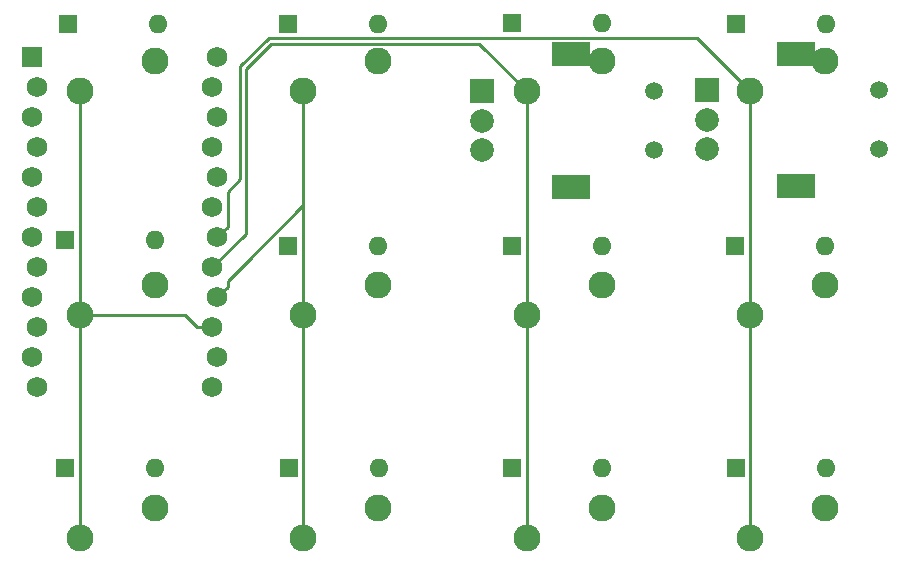
<source format=gbr>
G04 #@! TF.GenerationSoftware,KiCad,Pcbnew,(5.0.2)-1*
G04 #@! TF.CreationDate,2019-01-24T00:30:49-05:00*
G04 #@! TF.ProjectId,4x5macro,3478356d-6163-4726-9f2e-6b696361645f,rev?*
G04 #@! TF.SameCoordinates,Original*
G04 #@! TF.FileFunction,Copper,L2,Bot*
G04 #@! TF.FilePolarity,Positive*
%FSLAX46Y46*%
G04 Gerber Fmt 4.6, Leading zero omitted, Abs format (unit mm)*
G04 Created by KiCad (PCBNEW (5.0.2)-1) date 1/24/2019 12:30:49 AM*
%MOMM*%
%LPD*%
G01*
G04 APERTURE LIST*
G04 #@! TA.AperFunction,ComponentPad*
%ADD10C,2.286000*%
G04 #@! TD*
G04 #@! TA.AperFunction,ComponentPad*
%ADD11R,1.600000X1.600000*%
G04 #@! TD*
G04 #@! TA.AperFunction,ComponentPad*
%ADD12O,1.600000X1.600000*%
G04 #@! TD*
G04 #@! TA.AperFunction,ComponentPad*
%ADD13C,1.500000*%
G04 #@! TD*
G04 #@! TA.AperFunction,ComponentPad*
%ADD14R,3.200000X2.000000*%
G04 #@! TD*
G04 #@! TA.AperFunction,ComponentPad*
%ADD15C,2.000000*%
G04 #@! TD*
G04 #@! TA.AperFunction,ComponentPad*
%ADD16R,2.000000X2.000000*%
G04 #@! TD*
G04 #@! TA.AperFunction,ComponentPad*
%ADD17C,1.752600*%
G04 #@! TD*
G04 #@! TA.AperFunction,ComponentPad*
%ADD18R,1.752600X1.752600*%
G04 #@! TD*
G04 #@! TA.AperFunction,Conductor*
%ADD19C,0.250000*%
G04 #@! TD*
G04 APERTURE END LIST*
D10*
G04 #@! TO.P,SW6,1*
G04 #@! TO.N,Net-(D5-Pad2)*
X72072500Y-40830500D03*
G04 #@! TO.P,SW6,2*
G04 #@! TO.N,Net-(SW5-Pad2)*
X65722500Y-43370500D03*
G04 #@! TD*
G04 #@! TO.P,SW3,2*
G04 #@! TO.N,Net-(SW2-Pad2)*
X46799500Y-43370500D03*
G04 #@! TO.P,SW3,1*
G04 #@! TO.N,Net-(D2-Pad2)*
X53149500Y-40830500D03*
G04 #@! TD*
D11*
G04 #@! TO.P,D1,1*
G04 #@! TO.N,Net-(D1-Pad1)*
X45783500Y-18796000D03*
D12*
G04 #@! TO.P,D1,2*
G04 #@! TO.N,Net-(D1-Pad2)*
X53403500Y-18796000D03*
G04 #@! TD*
G04 #@! TO.P,D2,2*
G04 #@! TO.N,Net-(D2-Pad2)*
X53149500Y-37020500D03*
D11*
G04 #@! TO.P,D2,1*
G04 #@! TO.N,Net-(D11-Pad1)*
X45529500Y-37020500D03*
G04 #@! TD*
D12*
G04 #@! TO.P,D3,2*
G04 #@! TO.N,Net-(D3-Pad2)*
X53149500Y-56388000D03*
D11*
G04 #@! TO.P,D3,1*
G04 #@! TO.N,Net-(D12-Pad1)*
X45529500Y-56388000D03*
G04 #@! TD*
G04 #@! TO.P,D4,1*
G04 #@! TO.N,Net-(D1-Pad1)*
X64452500Y-18796000D03*
D12*
G04 #@! TO.P,D4,2*
G04 #@! TO.N,Net-(D4-Pad2)*
X72072500Y-18796000D03*
G04 #@! TD*
D11*
G04 #@! TO.P,D5,1*
G04 #@! TO.N,Net-(D11-Pad1)*
X64452500Y-37592000D03*
D12*
G04 #@! TO.P,D5,2*
G04 #@! TO.N,Net-(D5-Pad2)*
X72072500Y-37592000D03*
G04 #@! TD*
D11*
G04 #@! TO.P,D6,1*
G04 #@! TO.N,Net-(D12-Pad1)*
X64516000Y-56324500D03*
D12*
G04 #@! TO.P,D6,2*
G04 #@! TO.N,Net-(D6-Pad2)*
X72136000Y-56324500D03*
G04 #@! TD*
D11*
G04 #@! TO.P,D7,1*
G04 #@! TO.N,Net-(D1-Pad1)*
X83375500Y-18669000D03*
D12*
G04 #@! TO.P,D7,2*
G04 #@! TO.N,Net-(D7-Pad2)*
X90995500Y-18669000D03*
G04 #@! TD*
G04 #@! TO.P,D8,2*
G04 #@! TO.N,Net-(D8-Pad2)*
X90995500Y-37592000D03*
D11*
G04 #@! TO.P,D8,1*
G04 #@! TO.N,Net-(D11-Pad1)*
X83375500Y-37592000D03*
G04 #@! TD*
D12*
G04 #@! TO.P,D9,2*
G04 #@! TO.N,Net-(D9-Pad2)*
X90995500Y-56388000D03*
D11*
G04 #@! TO.P,D9,1*
G04 #@! TO.N,Net-(D12-Pad1)*
X83375500Y-56388000D03*
G04 #@! TD*
D12*
G04 #@! TO.P,D10,2*
G04 #@! TO.N,Net-(D10-Pad2)*
X109982000Y-18732500D03*
D11*
G04 #@! TO.P,D10,1*
G04 #@! TO.N,Net-(D1-Pad1)*
X102362000Y-18732500D03*
G04 #@! TD*
G04 #@! TO.P,D11,1*
G04 #@! TO.N,Net-(D11-Pad1)*
X102298500Y-37592000D03*
D12*
G04 #@! TO.P,D11,2*
G04 #@! TO.N,Net-(D11-Pad2)*
X109918500Y-37592000D03*
G04 #@! TD*
G04 #@! TO.P,D12,2*
G04 #@! TO.N,Net-(D12-Pad2)*
X109982000Y-56388000D03*
D11*
G04 #@! TO.P,D12,1*
G04 #@! TO.N,Net-(D12-Pad1)*
X102362000Y-56388000D03*
G04 #@! TD*
D13*
G04 #@! TO.P,SW1,*
G04 #@! TO.N,*
X95399000Y-29447500D03*
X95399000Y-24447500D03*
D14*
G04 #@! TO.P,SW1,MP*
G04 #@! TO.N,N/C*
X88399000Y-32547500D03*
X88399000Y-21347500D03*
D15*
G04 #@! TO.P,SW1,B*
G04 #@! TO.N,Net-(SW1-PadB)*
X80899000Y-29447500D03*
G04 #@! TO.P,SW1,C*
G04 #@! TO.N,Net-(SW1-PadC)*
X80899000Y-26947500D03*
D16*
G04 #@! TO.P,SW1,A*
G04 #@! TO.N,Net-(SW1-PadA)*
X80899000Y-24447500D03*
G04 #@! TD*
D10*
G04 #@! TO.P,SW2,1*
G04 #@! TO.N,Net-(D1-Pad2)*
X53149500Y-21907500D03*
G04 #@! TO.P,SW2,2*
G04 #@! TO.N,Net-(SW2-Pad2)*
X46799500Y-24447500D03*
G04 #@! TD*
G04 #@! TO.P,SW4,1*
G04 #@! TO.N,Net-(D3-Pad2)*
X53149500Y-59753500D03*
G04 #@! TO.P,SW4,2*
G04 #@! TO.N,Net-(SW2-Pad2)*
X46799500Y-62293500D03*
G04 #@! TD*
G04 #@! TO.P,SW5,2*
G04 #@! TO.N,Net-(SW5-Pad2)*
X65722500Y-24447500D03*
G04 #@! TO.P,SW5,1*
G04 #@! TO.N,Net-(D4-Pad2)*
X72072500Y-21907500D03*
G04 #@! TD*
G04 #@! TO.P,SW7,2*
G04 #@! TO.N,Net-(SW5-Pad2)*
X65722500Y-62293500D03*
G04 #@! TO.P,SW7,1*
G04 #@! TO.N,Net-(D6-Pad2)*
X72072500Y-59753500D03*
G04 #@! TD*
G04 #@! TO.P,SW8,1*
G04 #@! TO.N,Net-(D7-Pad2)*
X90995500Y-21907500D03*
G04 #@! TO.P,SW8,2*
G04 #@! TO.N,Net-(SW10-Pad2)*
X84645500Y-24447500D03*
G04 #@! TD*
G04 #@! TO.P,SW9,2*
G04 #@! TO.N,Net-(SW10-Pad2)*
X84645500Y-43370500D03*
G04 #@! TO.P,SW9,1*
G04 #@! TO.N,Net-(D8-Pad2)*
X90995500Y-40830500D03*
G04 #@! TD*
G04 #@! TO.P,SW10,1*
G04 #@! TO.N,Net-(D9-Pad2)*
X90995500Y-59753500D03*
G04 #@! TO.P,SW10,2*
G04 #@! TO.N,Net-(SW10-Pad2)*
X84645500Y-62293500D03*
G04 #@! TD*
G04 #@! TO.P,SW11,1*
G04 #@! TO.N,Net-(D10-Pad2)*
X109918500Y-21907500D03*
G04 #@! TO.P,SW11,2*
G04 #@! TO.N,Net-(SW11-Pad2)*
X103568500Y-24447500D03*
G04 #@! TD*
G04 #@! TO.P,SW12,2*
G04 #@! TO.N,Net-(SW11-Pad2)*
X103568500Y-43370500D03*
G04 #@! TO.P,SW12,1*
G04 #@! TO.N,Net-(D11-Pad2)*
X109918500Y-40830500D03*
G04 #@! TD*
G04 #@! TO.P,SW13,2*
G04 #@! TO.N,Net-(SW11-Pad2)*
X103568500Y-62293500D03*
G04 #@! TO.P,SW13,1*
G04 #@! TO.N,Net-(D12-Pad2)*
X109918500Y-59753500D03*
G04 #@! TD*
D16*
G04 #@! TO.P,SW14,A*
G04 #@! TO.N,Net-(SW14-PadA)*
X99949000Y-24384000D03*
D15*
G04 #@! TO.P,SW14,C*
G04 #@! TO.N,Net-(SW1-PadC)*
X99949000Y-26884000D03*
G04 #@! TO.P,SW14,B*
G04 #@! TO.N,Net-(SW14-PadB)*
X99949000Y-29384000D03*
D14*
G04 #@! TO.P,SW14,MP*
G04 #@! TO.N,N/C*
X107449000Y-21284000D03*
X107449000Y-32484000D03*
D13*
G04 #@! TO.P,SW14,*
G04 #@! TO.N,*
X114449000Y-24384000D03*
X114449000Y-29384000D03*
G04 #@! TD*
D17*
G04 #@! TO.P,U1,24*
G04 #@! TO.N,Net-(U1-Pad24)*
X58458100Y-21590000D03*
G04 #@! TO.P,U1,12*
G04 #@! TO.N,Net-(D12-Pad1)*
X43218100Y-49530000D03*
G04 #@! TO.P,U1,23*
G04 #@! TO.N,Net-(SW1-PadC)*
X58000900Y-24130000D03*
G04 #@! TO.P,U1,22*
G04 #@! TO.N,Net-(U1-Pad22)*
X58458100Y-26670000D03*
G04 #@! TO.P,U1,21*
G04 #@! TO.N,Net-(U1-Pad21)*
X58000900Y-29210000D03*
G04 #@! TO.P,U1,20*
G04 #@! TO.N,Net-(SW1-PadA)*
X58458100Y-31750000D03*
G04 #@! TO.P,U1,19*
G04 #@! TO.N,Net-(SW1-PadB)*
X58000900Y-34290000D03*
G04 #@! TO.P,U1,18*
G04 #@! TO.N,Net-(SW11-Pad2)*
X58458100Y-36830000D03*
G04 #@! TO.P,U1,17*
G04 #@! TO.N,Net-(SW10-Pad2)*
X58000900Y-39370000D03*
G04 #@! TO.P,U1,16*
G04 #@! TO.N,Net-(SW5-Pad2)*
X58458100Y-41910000D03*
G04 #@! TO.P,U1,15*
G04 #@! TO.N,Net-(SW2-Pad2)*
X58000900Y-44450000D03*
G04 #@! TO.P,U1,14*
G04 #@! TO.N,Net-(SW14-PadA)*
X58458100Y-46990000D03*
G04 #@! TO.P,U1,13*
G04 #@! TO.N,Net-(SW14-PadB)*
X58000900Y-49530000D03*
G04 #@! TO.P,U1,11*
G04 #@! TO.N,Net-(D11-Pad1)*
X42760900Y-46990000D03*
G04 #@! TO.P,U1,10*
G04 #@! TO.N,Net-(U1-Pad10)*
X43218100Y-44450000D03*
G04 #@! TO.P,U1,9*
G04 #@! TO.N,Net-(U1-Pad9)*
X42760900Y-41910000D03*
G04 #@! TO.P,U1,8*
G04 #@! TO.N,Net-(U1-Pad8)*
X43218100Y-39370000D03*
G04 #@! TO.P,U1,7*
G04 #@! TO.N,Net-(D1-Pad1)*
X42760900Y-36830000D03*
G04 #@! TO.P,U1,6*
G04 #@! TO.N,Net-(U1-Pad6)*
X43218100Y-34290000D03*
G04 #@! TO.P,U1,5*
G04 #@! TO.N,Net-(U1-Pad5)*
X42760900Y-31750000D03*
G04 #@! TO.P,U1,4*
G04 #@! TO.N,Net-(U1-Pad4)*
X43218100Y-29210000D03*
G04 #@! TO.P,U1,3*
G04 #@! TO.N,Net-(U1-Pad3)*
X42760900Y-26670000D03*
G04 #@! TO.P,U1,2*
G04 #@! TO.N,Net-(U1-Pad2)*
X43218100Y-24130000D03*
D18*
G04 #@! TO.P,U1,1*
G04 #@! TO.N,Net-(U1-Pad1)*
X42760900Y-21590000D03*
G04 #@! TD*
D19*
G04 #@! TO.N,Net-(SW2-Pad2)*
X46799500Y-60677054D02*
X46799500Y-43370500D01*
X46799500Y-62293500D02*
X46799500Y-60677054D01*
X46799500Y-24447500D02*
X46799500Y-26063946D01*
X46799500Y-26609474D02*
X46799500Y-26352500D01*
X46799500Y-26063946D02*
X46799500Y-26352500D01*
X46799500Y-26352500D02*
X46799500Y-43370500D01*
X48415946Y-43370500D02*
X46799500Y-43370500D01*
X55682125Y-43370500D02*
X48415946Y-43370500D01*
X56761625Y-44450000D02*
X55682125Y-43370500D01*
X58000900Y-44450000D02*
X56761625Y-44450000D01*
G04 #@! TO.N,Net-(SW5-Pad2)*
X65722500Y-24447500D02*
X65722500Y-43370500D01*
X65722500Y-43370500D02*
X65722500Y-62293500D01*
X65722500Y-26063946D02*
X65722500Y-24447500D01*
X65722500Y-34136998D02*
X65722500Y-26063946D01*
X59334399Y-40525099D02*
X60706000Y-39153498D01*
X59334399Y-41033701D02*
X59334399Y-40525099D01*
X58458100Y-41910000D02*
X59334399Y-41033701D01*
X60489498Y-39370000D02*
X60706000Y-39153498D01*
X60706000Y-39153498D02*
X65722500Y-34136998D01*
G04 #@! TO.N,Net-(SW10-Pad2)*
X84645500Y-62293500D02*
X84645500Y-43370500D01*
X84645500Y-43370500D02*
X84645500Y-24447500D01*
X60838510Y-36532390D02*
X58000900Y-39370000D01*
X60838510Y-22600490D02*
X60838510Y-36532390D01*
X62999501Y-20439499D02*
X60838510Y-22600490D01*
X84645500Y-24447500D02*
X80637499Y-20439499D01*
X80637499Y-20439499D02*
X62999501Y-20439499D01*
G04 #@! TO.N,Net-(SW11-Pad2)*
X103568500Y-26063946D02*
X103568500Y-43370500D01*
X103568500Y-24447500D02*
X103568500Y-26063946D01*
X103568500Y-44986946D02*
X103568500Y-62293500D01*
X103568500Y-43370500D02*
X103568500Y-44986946D01*
X99042001Y-19921001D02*
X62819499Y-19921001D01*
X103568500Y-24447500D02*
X99042001Y-19921001D01*
X62819499Y-19921001D02*
X60388500Y-22352000D01*
X60388500Y-22352000D02*
X60388500Y-31902400D01*
X59334399Y-32956501D02*
X60388500Y-31902400D01*
X59334399Y-35953701D02*
X59334399Y-32956501D01*
X58458100Y-36830000D02*
X59334399Y-35953701D01*
G04 #@! TD*
M02*

</source>
